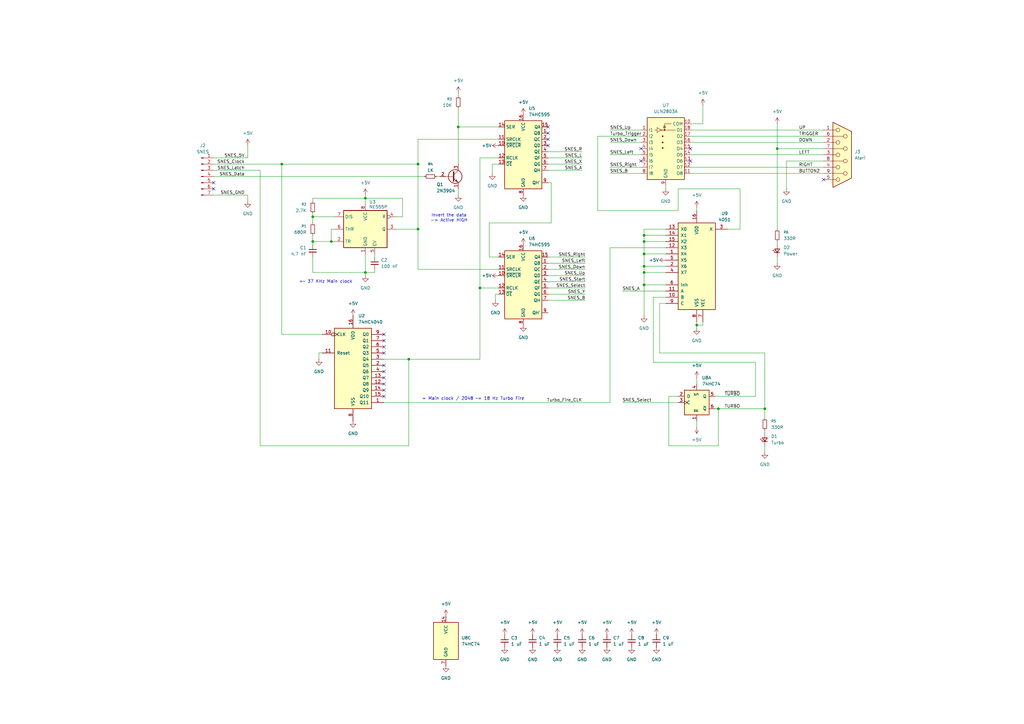
<source format=kicad_sch>
(kicad_sch (version 20250114) (generator "eeschema") (generator_version "9.0")
  (paper "A3")
  (title_block (title "Nintendo4Nine"))
  (lib_symbols
    (symbol "4xxx:4040" (pin_names (offset 1.016))
      (property "Reference" "U" (at -7.62 16.51 0))
      (property "Value" "4040" (at -7.62 -19.05 0))
      (symbol "4040_1_0"
        (pin input inverted_clock (at -12.7 12.7 0) (length 5.08) (name "CLK") (number "10"))
        (pin input line (at -12.7 5.08 0) (length 5.08) (name "Reset") (number "11"))
        (pin power_in line (at 0 20.32 270) (length 5.08) (name "VDD") (number "16"))
        (pin power_in line (at 0 -22.86 90) (length 5.08) (name "VSS") (number "8"))
        (pin output line (at 12.7 12.7 180) (length 5.08) (name "Q0") (number "9"))
        (pin output line (at 12.7 10.16 180) (length 5.08) (name "Q1") (number "7"))
        (pin output line (at 12.7 7.62 180) (length 5.08) (name "Q2") (number "6"))
        (pin output line (at 12.7 5.08 180) (length 5.08) (name "Q3") (number "5"))
        (pin output line (at 12.7 2.54 180) (length 5.08) (name "Q4") (number "3"))
        (pin output line (at 12.7 0 180) (length 5.08) (name "Q5") (number "2"))
        (pin output line (at 12.7 -2.54 180) (length 5.08) (name "Q6") (number "4"))
        (pin output line (at 12.7 -5.08 180) (length 5.08) (name "Q7") (number "13"))
        (pin output line (at 12.7 -7.62 180) (length 5.08) (name "Q8") (number "12"))
        (pin output line (at 12.7 -10.16 180) (length 5.08) (name "Q9") (number "14"))
        (pin output line (at 12.7 -12.7 180) (length 5.08) (name "Q10") (number "15"))
        (pin output line (at 12.7 -15.24 180) (length 5.08) (name "Q11") (number "1"))
      )
      (symbol "4040_1_1"
        (rectangle (start -7.62 15.24) (end 7.62 -17.78) (stroke (width 0.254)) (fill (type background)))
      )
    )
    (symbol "4xxx:4051" (pin_names (offset 1.016))
      (property "Reference" "U" (at -7.62 19.05 0))
      (property "Value" "4051" (at -7.62 -19.05 0))
      (symbol "4051_1_0"
        (pin passive line (at -12.7 15.24 0) (length 5.08) (name "X0") (number "13"))
        (pin passive line (at -12.7 12.7 0) (length 5.08) (name "X1") (number "14"))
        (pin passive line (at -12.7 10.16 0) (length 5.08) (name "X2") (number "15"))
        (pin passive line (at -12.7 7.62 0) (length 5.08) (name "X3") (number "12"))
        (pin passive line (at -12.7 5.08 0) (length 5.08) (name "X4") (number "1"))
        (pin passive line (at -12.7 2.54 0) (length 5.08) (name "X5") (number "5"))
        (pin passive line (at -12.7 0 0) (length 5.08) (name "X6") (number "2"))
        (pin passive line (at -12.7 -2.54 0) (length 5.08) (name "X7") (number "4"))
        (pin input line (at -12.7 -7.62 0) (length 5.08) (name "Inh") (number "6"))
        (pin input line (at -12.7 -10.16 0) (length 5.08) (name "A") (number "11"))
        (pin input line (at -12.7 -12.7 0) (length 5.08) (name "B") (number "10"))
        (pin input line (at -12.7 -15.24 0) (length 5.08) (name "C") (number "9"))
        (pin power_in line (at 0 22.86 270) (length 5.08) (name "VDD") (number "16"))
        (pin power_in line (at 0 -22.86 90) (length 5.08) (name "VSS") (number "8"))
        (pin power_in line (at 2.54 -22.86 90) (length 5.08) (name "VEE") (number "7"))
        (pin passive line (at 12.7 15.24 180) (length 5.08) (name "X") (number "3"))
      )
      (symbol "4051_1_1"
        (rectangle (start -7.62 17.78) (end 7.62 -17.78) (stroke (width 0.254)) (fill (type background)))
      )
    )
    (symbol "74xx:74HC595"
      (property "Reference" "U" (at -7.62 13.97 0))
      (property "Value" "74HC595" (at -7.62 -16.51 0))
      (symbol "74HC595_1_0"
        (pin input line (at -10.16 10.16 0) (length 2.54) (name "SER") (number "14"))
        (pin input line (at -10.16 5.08 0) (length 2.54) (name "SRCLK") (number "11"))
        (pin input line (at -10.16 2.54 0) (length 2.54) (name "~{SRCLR}") (number "10"))
        (pin input line (at -10.16 -2.54 0) (length 2.54) (name "RCLK") (number "12"))
        (pin input line (at -10.16 -5.08 0) (length 2.54) (name "~{OE}") (number "13"))
        (pin power_in line (at 0 15.24 270) (length 2.54) (name "VCC") (number "16"))
        (pin power_in line (at 0 -17.78 90) (length 2.54) (name "GND") (number "8"))
        (pin tri_state line (at 10.16 10.16 180) (length 2.54) (name "QA") (number "15"))
        (pin tri_state line (at 10.16 7.62 180) (length 2.54) (name "QB") (number "1"))
        (pin tri_state line (at 10.16 5.08 180) (length 2.54) (name "QC") (number "2"))
        (pin tri_state line (at 10.16 2.54 180) (length 2.54) (name "QD") (number "3"))
        (pin tri_state line (at 10.16 0 180) (length 2.54) (name "QE") (number "4"))
        (pin tri_state line (at 10.16 -2.54 180) (length 2.54) (name "QF") (number "5"))
        (pin tri_state line (at 10.16 -5.08 180) (length 2.54) (name "QG") (number "6"))
        (pin tri_state line (at 10.16 -7.62 180) (length 2.54) (name "QH") (number "7"))
        (pin output line (at 10.16 -12.7 180) (length 2.54) (name "QH'") (number "9"))
      )
      (symbol "74HC595_1_1"
        (rectangle (start -7.62 12.7) (end 7.62 -15.24) (stroke (width 0.254)) (fill (type background)))
      )
    )
    (symbol "74xx:74HC74" (pin_names (offset 1.016))
      (property "Reference" "U" (at -7.62 8.89 0))
      (property "Value" "74HC74" (at -7.62 -8.89 0))
      (symbol "74HC74_1_0"
        (pin input line (at -7.62 2.54 0) (length 2.54) (name "D") (number "2"))
        (pin input clock (at -7.62 0 0) (length 2.54) (name "C") (number "3"))
        (pin input line (at 0 7.62 270) (length 2.54) (name "~{S}") (number "4"))
        (pin input line (at 0 -7.62 90) (length 2.54) (name "~{R}") (number "1"))
        (pin output line (at 7.62 2.54 180) (length 2.54) (name "Q") (number "5"))
        (pin output line (at 7.62 -2.54 180) (length 2.54) (name "~{Q}") (number "6"))
      )
      (symbol "74HC74_1_1"
        (rectangle (start -5.08 5.08) (end 5.08 -5.08) (stroke (width 0.254)) (fill (type background)))
      )
      (symbol "74HC74_2_0"
        (pin input line (at -7.62 2.54 0) (length 2.54) (name "D") (number "12"))
        (pin input clock (at -7.62 0 0) (length 2.54) (name "C") (number "11"))
        (pin input line (at 0 7.62 270) (length 2.54) (name "~{S}") (number "10"))
        (pin input line (at 0 -7.62 90) (length 2.54) (name "~{R}") (number "13"))
        (pin output line (at 7.62 2.54 180) (length 2.54) (name "Q") (number "9"))
        (pin output line (at 7.62 -2.54 180) (length 2.54) (name "~{Q}") (number "8"))
      )
      (symbol "74HC74_2_1"
        (rectangle (start -5.08 5.08) (end 5.08 -5.08) (stroke (width 0.254)) (fill (type background)))
      )
      (symbol "74HC74_3_0"
        (pin power_in line (at 0 10.16 270) (length 2.54) (name "VCC") (number "14"))
        (pin power_in line (at 0 -10.16 90) (length 2.54) (name "GND") (number "7"))
      )
      (symbol "74HC74_3_1"
        (rectangle (start -5.08 7.62) (end 5.08 -7.62) (stroke (width 0.254)) (fill (type background)))
      )
    )
    (symbol "Connector:Conn_01x07_Pin" (pin_names (offset 1.016) (hide yes))
      (property "Reference" "J" (at 0 10.16 0))
      (property "Value" "Conn_01x07_Pin" (at 0 -10.16 0))
      (symbol "Conn_01x07_Pin_1_1"
        (rectangle (start 0.8636 7.747) (end 0 7.493) (stroke (width 0.1524)) (fill (type outline)))
        (rectangle (start 0.8636 5.207) (end 0 4.953) (stroke (width 0.1524)) (fill (type outline)))
        (rectangle (start 0.8636 2.667) (end 0 2.413) (stroke (width 0.1524)) (fill (type outline)))
        (rectangle (start 0.8636 0.127) (end 0 -0.127) (stroke (width 0.1524)) (fill (type outline)))
        (rectangle (start 0.8636 -2.413) (end 0 -2.667) (stroke (width 0.1524)) (fill (type outline)))
        (rectangle (start 0.8636 -4.953) (end 0 -5.207) (stroke (width 0.1524)) (fill (type outline)))
        (rectangle (start 0.8636 -7.493) (end 0 -7.747) (stroke (width 0.1524)) (fill (type outline)))
        (polyline (pts (xy 1.27 7.62) (xy 0.8636 7.62)) (stroke (width 0.1524)))
        (polyline (pts (xy 1.27 5.08) (xy 0.8636 5.08)) (stroke (width 0.1524)))
        (polyline (pts (xy 1.27 2.54) (xy 0.8636 2.54)) (stroke (width 0.1524)))
        (polyline (pts (xy 1.27 0) (xy 0.8636 0)) (stroke (width 0.1524)))
        (polyline (pts (xy 1.27 -2.54) (xy 0.8636 -2.54)) (stroke (width 0.1524)))
        (polyline (pts (xy 1.27 -5.08) (xy 0.8636 -5.08)) (stroke (width 0.1524)))
        (polyline (pts (xy 1.27 -7.62) (xy 0.8636 -7.62)) (stroke (width 0.1524)))
        (pin passive line (at 5.08 7.62 180) (length 3.81) (name "Pin_1") (number "1"))
        (pin passive line (at 5.08 5.08 180) (length 3.81) (name "Pin_2") (number "2"))
        (pin passive line (at 5.08 2.54 180) (length 3.81) (name "Pin_3") (number "3"))
        (pin passive line (at 5.08 0 180) (length 3.81) (name "Pin_4") (number "4"))
        (pin passive line (at 5.08 -2.54 180) (length 3.81) (name "Pin_5") (number "5"))
        (pin passive line (at 5.08 -5.08 180) (length 3.81) (name "Pin_6") (number "6"))
        (pin passive line (at 5.08 -7.62 180) (length 3.81) (name "Pin_7") (number "7"))
      )
    )
    (symbol "Connector:DE9_Socket" (pin_names (offset 1.016) (hide yes))
      (property "Reference" "J" (at 0 13.97 0))
      (property "Value" "DE9_Socket" (at 0 -14.605 0))
      (symbol "DE9_Socket_0_1"
        (polyline (pts (xy -3.81 13.335) (xy -3.81 -13.335) (xy 3.81 -9.525) (xy 3.81 9.525) (xy -3.81 13.335)) (stroke (width 0.254)) (fill (type background)))
        (polyline (pts (xy -3.81 10.16) (xy -2.54 10.16)))
        (polyline (pts (xy -3.81 7.62) (xy 0.508 7.62)))
        (polyline (pts (xy -3.81 5.08) (xy -2.54 5.08)))
        (polyline (pts (xy -3.81 2.54) (xy 0.508 2.54)))
        (polyline (pts (xy -3.81 0) (xy -2.54 0)))
        (polyline (pts (xy -3.81 -2.54) (xy 0.508 -2.54)))
        (polyline (pts (xy -3.81 -5.08) (xy -2.54 -5.08)))
        (polyline (pts (xy -3.81 -7.62) (xy 0.508 -7.62)))
        (polyline (pts (xy -3.81 -10.16) (xy -2.54 -10.16)))
        (circle (center -1.778 10.16) (radius 0.762))
        (circle (center -1.778 5.08) (radius 0.762))
        (circle (center -1.778 0) (radius 0.762))
        (circle (center -1.778 -5.08) (radius 0.762))
        (circle (center -1.778 -10.16) (radius 0.762))
        (circle (center 1.27 7.62) (radius 0.762))
        (circle (center 1.27 2.54) (radius 0.762))
        (circle (center 1.27 -2.54) (radius 0.762))
        (circle (center 1.27 -7.62) (radius 0.762))
      )
      (symbol "DE9_Socket_1_1"
        (pin passive line (at -7.62 10.16 0) (length 3.81) (name "1") (number "1"))
        (pin passive line (at -7.62 7.62 0) (length 3.81) (name "6") (number "6"))
        (pin passive line (at -7.62 5.08 0) (length 3.81) (name "2") (number "2"))
        (pin passive line (at -7.62 2.54 0) (length 3.81) (name "7") (number "7"))
        (pin passive line (at -7.62 0 0) (length 3.81) (name "3") (number "3"))
        (pin passive line (at -7.62 -2.54 0) (length 3.81) (name "8") (number "8"))
        (pin passive line (at -7.62 -5.08 0) (length 3.81) (name "4") (number "4"))
        (pin passive line (at -7.62 -7.62 0) (length 3.81) (name "9") (number "9"))
        (pin passive line (at -7.62 -10.16 0) (length 3.81) (name "5") (number "5"))
      )
    )
    (symbol "Device:C_Small" (pin_numbers (hide yes)) (pin_names (offset 0.254) (hide yes))
      (property "Reference" "C" (at 0.254 1.778 0))
      (property "Value" "C_Small" (at 0.254 -2.032 0))
      (symbol "C_Small_0_1"
        (polyline (pts (xy -1.524 0.508) (xy 1.524 0.508)) (stroke (width 0.3048)))
        (polyline (pts (xy -1.524 -0.508) (xy 1.524 -0.508)) (stroke (width 0.3302)))
      )
      (symbol "C_Small_1_1"
        (pin passive line (at 0 2.54 270) (length 2.032) (name "~") (number "1"))
        (pin passive line (at 0 -2.54 90) (length 2.032) (name "~") (number "2"))
      )
    )
    (symbol "Device:LED_Small" (pin_numbers (hide yes)) (pin_names (offset 0.254) (hide yes))
      (property "Reference" "D" (at -1.27 3.175 0))
      (property "Value" "LED_Small" (at -4.445 -2.54 0))
      (symbol "LED_Small_0_1"
        (polyline (pts (xy -0.762 -1.016) (xy -0.762 1.016)) (stroke (width 0.254)))
        (polyline (pts (xy 0 0.762) (xy -0.508 1.27) (xy -0.254 1.27) (xy -0.508 1.27) (xy -0.508 1.016)))
        (polyline (pts (xy 0.508 1.27) (xy 0 1.778) (xy 0.254 1.778) (xy 0 1.778) (xy 0 1.524)))
        (polyline (pts (xy 0.762 -1.016) (xy -0.762 0) (xy 0.762 1.016) (xy 0.762 -1.016)) (stroke (width 0.254)))
        (polyline (pts (xy 1.016 0) (xy -0.762 0)))
      )
      (symbol "LED_Small_1_1"
        (pin passive line (at -2.54 0 0) (length 1.778) (name "K") (number "1"))
        (pin passive line (at 2.54 0 180) (length 1.778) (name "A") (number "2"))
      )
    )
    (symbol "Device:R_Small" (pin_numbers (hide yes)) (pin_names (offset 0.254) (hide yes))
      (property "Reference" "R" (at 0 0 90))
      (property "Value" "R_Small" (at 1.778 0 90))
      (symbol "R_Small_0_1"
        (rectangle (start -0.762 1.778) (end 0.762 -1.778) (stroke (width 0.2032)))
      )
      (symbol "R_Small_1_1"
        (pin passive line (at 0 2.54 270) (length 0.762) (name "~") (number "1"))
        (pin passive line (at 0 -2.54 90) (length 0.762) (name "~") (number "2"))
      )
    )
    (symbol "Timer:NE555P"
      (property "Reference" "U3" (at 5.588 11.684 0))
      (property "Value" "NE555P" (at 5.588 9.652 0))
      (symbol "NE555P_0_0"
        (pin power_in line (at 0 10.16 270) (length 2.54) (name "VCC") (number "8"))
      )
      (symbol "NE555P_0_1"
        (rectangle (start -8.89 -7.62) (end 8.89 7.62) (stroke (width 0.254)) (fill (type background)))
        (rectangle (start -8.89 -7.62) (end 8.89 7.62) (stroke (width 0.254)) (fill (type background)))
      )
      (symbol "NE555P_1_0"
        (pin power_in line (at 0 -10.16 90) (length 2.54) (name "GND") (number "1"))
      )
      (symbol "NE555P_1_1"
        (pin input line (at -12.7 5.08 0) (length 3.81) (name "DIS") (number "7"))
        (pin input line (at -12.7 0 0) (length 3.81) (name "THR") (number "6"))
        (pin input line (at -12.7 -5.08 0) (length 3.81) (name "TR") (number "2"))
        (pin input line (at 3.81 -10.16 90) (length 2.54) (name "CV") (number "5"))
        (pin input inverted (at 12.7 5.08 180) (length 3.81) (name "R") (number "4"))
        (pin output line (at 12.7 0 180) (length 3.81) (name "Q") (number "3"))
      )
    )
    (symbol "Transistor_Array:ULN2803A"
      (property "Reference" "U" (at 0 13.335 0))
      (property "Value" "ULN2803A" (at 0 11.43 0))
      (symbol "ULN2803A_0_1"
        (rectangle (start -7.62 -15.24) (end 7.62 10.16) (stroke (width 0.254)) (fill (type background)))
        (polyline (pts (xy -4.572 5.08) (xy -3.556 5.08)))
        (polyline (pts (xy -3.556 6.096) (xy -3.556 4.064) (xy -2.032 5.08) (xy -3.556 6.096)))
        (circle (center -1.778 5.08) (radius 0.254))
        (polyline (pts (xy -1.524 5.08) (xy 4.064 5.08)))
        (circle (center -1.27 2.54) (radius 0.254) (fill (type outline)))
        (circle (center -1.27 0) (radius 0.254) (fill (type outline)))
        (circle (center -1.27 -2.286) (radius 0.254) (fill (type outline)))
        (circle (center -0.508 5.08) (radius 0.254) (fill (type outline)))
        (polyline (pts (xy -0.508 5.08) (xy -0.508 7.62) (xy 2.286 7.62)))
        (polyline (pts (xy 0 6.731) (xy -1.016 6.731)))
        (polyline (pts (xy 0 5.969) (xy -1.016 5.969) (xy -0.508 6.731) (xy 0 5.969)))
      )
      (symbol "ULN2803A_1_1"
        (pin input line (at -10.16 5.08 0) (length 2.54) (name "I1") (number "1"))
        (pin input line (at -10.16 2.54 0) (length 2.54) (name "I2") (number "2"))
        (pin input line (at -10.16 0 0) (length 2.54) (name "I3") (number "3"))
        (pin input line (at -10.16 -2.54 0) (length 2.54) (name "I4") (number "4"))
        (pin input line (at -10.16 -5.08 0) (length 2.54) (name "I5") (number "5"))
        (pin input line (at -10.16 -7.62 0) (length 2.54) (name "I6") (number "6"))
        (pin input line (at -10.16 -10.16 0) (length 2.54) (name "I7") (number "7"))
        (pin input line (at -10.16 -12.7 0) (length 2.54) (name "I8") (number "8"))
        (pin power_in line (at 0 -17.78 90) (length 2.54) (name "GND") (number "9"))
        (pin passive line (at 10.16 7.62 180) (length 2.54) (name "COM") (number "10"))
        (pin open_collector line (at 10.16 5.08 180) (length 2.54) (name "O1") (number "18"))
        (pin open_collector line (at 10.16 2.54 180) (length 2.54) (name "O2") (number "17"))
        (pin open_collector line (at 10.16 0 180) (length 2.54) (name "O3") (number "16"))
        (pin open_collector line (at 10.16 -2.54 180) (length 2.54) (name "O4") (number "15"))
        (pin open_collector line (at 10.16 -5.08 180) (length 2.54) (name "O5") (number "14"))
        (pin open_collector line (at 10.16 -7.62 180) (length 2.54) (name "O6") (number "13"))
        (pin open_collector line (at 10.16 -10.16 180) (length 2.54) (name "O7") (number "12"))
        (pin open_collector line (at 10.16 -12.7 180) (length 2.54) (name "O8") (number "11"))
      )
    )
    (symbol "Transistor_BJT:2N3904" (pin_names (offset 0) (hide yes))
      (property "Reference" "Q" (at 5.08 1.905 0))
      (property "Value" "2N3904" (at 5.08 0 0))
      (symbol "2N3904_0_1"
        (polyline (pts (xy -2.54 0) (xy 0.635 0)))
        (polyline (pts (xy 0.635 1.905) (xy 0.635 -1.905)) (stroke (width 0.508)))
        (circle (center 1.27 0) (radius 2.8194) (stroke (width 0.254)))
      )
      (symbol "2N3904_1_1"
        (polyline (pts (xy 0.635 0.635) (xy 2.54 2.54)))
        (polyline (pts (xy 0.635 -0.635) (xy 2.54 -2.54)))
        (polyline (pts (xy 1.27 -1.778) (xy 1.778 -1.27) (xy 2.286 -2.286) (xy 1.27 -1.778)) (fill (type outline)))
        (pin input line (at -5.08 0 0) (length 2.54) (name "B") (number "2"))
        (pin passive line (at 2.54 5.08 270) (length 2.54) (name "C") (number "3"))
        (pin passive line (at 2.54 -5.08 90) (length 2.54) (name "E") (number "1"))
      )
    )
    (symbol "power:+5V" (power) (pin_numbers (hide yes)) (pin_names (offset 0) (hide yes))
      (property "Value" "+5V" (at 0 3.556 0))
      (symbol "+5V_0_1"
        (polyline (pts (xy -0.762 1.27) (xy 0 2.54)))
        (polyline (pts (xy 0 2.54) (xy 0.762 1.27)))
        (polyline (pts (xy 0 0) (xy 0 2.54)))
      )
      (symbol "+5V_1_1"
        (pin power_in line (at 0 0 90) (length 0) (name "~") (number "1"))
      )
    )
    (symbol "power:GND" (power) (pin_numbers (hide yes)) (pin_names (offset 0) (hide yes))
      (property "Value" "GND" (at 0 -3.81 0))
      (symbol "GND_0_1"
        (polyline (pts (xy 0 0) (xy 0 -1.27) (xy 1.27 -1.27) (xy 0 -2.54) (xy -1.27 -1.27) (xy 0 -1.27)))
      )
      (symbol "GND_1_1"
        (pin power_in line (at 0 0 270) (length 0) (name "~") (number "1"))
      )
    )
  )
  (text "Invert the data\n-> Active HIGH" (at 184.15 89.408 0) (effects (font (size 1.27 1.27))))
  (text "= Main clock / 2048 ~= 18 Hz Turbo Fire\n" (at 194.056 163.576 0) (effects (font (size 1.27 1.27))))
  (text "=~ 37 KHz Main clock\n" (at 133.604 115.57 0) (effects (font (size 1.27 1.27))))
  (junction (at 264.16 116.84))
  (junction (at 318.77 60.96))
  (junction (at 264.16 109.22))
  (junction (at 196.85 118.11))
  (junction (at 171.45 93.98))
  (junction (at 128.27 88.9))
  (junction (at 187.96 52.07))
  (junction (at 264.16 96.52))
  (junction (at 264.16 111.76))
  (junction (at 294.64 167.64))
  (junction (at 264.16 104.14))
  (junction (at 171.45 67.31))
  (junction (at 149.86 81.28))
  (junction (at 285.75 133.35))
  (junction (at 313.69 167.64))
  (junction (at 167.64 147.32))
  (junction (at 149.86 111.76))
  (junction (at 128.27 99.06))
  (junction (at 115.57 67.31))
  (junction (at 135.89 99.06))
  (junction (at 264.16 99.06))
  (no_connect (at 337.82 73.66))
  (no_connect (at 157.48 139.7))
  (no_connect (at 157.48 142.24))
  (no_connect (at 283.21 60.96))
  (no_connect (at 283.21 66.04))
  (no_connect (at 262.89 66.04))
  (no_connect (at 224.79 57.15))
  (no_connect (at 157.48 144.78))
  (no_connect (at 157.48 154.94))
  (no_connect (at 224.79 59.69))
  (no_connect (at 157.48 152.4))
  (no_connect (at 157.48 160.02))
  (no_connect (at 87.63 77.47))
  (no_connect (at 262.89 60.96))
  (no_connect (at 157.48 149.86))
  (no_connect (at 157.48 162.56))
  (no_connect (at 224.79 54.61))
  (no_connect (at 87.63 74.93))
  (no_connect (at 157.48 137.16))
  (no_connect (at 157.48 157.48))
  (no_connect (at 224.79 52.07))
  (wire (pts (xy 153.67 110.49) (xy 153.67 111.76)))
  (wire (pts (xy 264.16 116.84) (xy 264.16 129.54)))
  (wire (pts (xy 224.79 64.77) (xy 238.76 64.77)))
  (wire (pts (xy 128.27 88.9) (xy 137.16 88.9)))
  (wire (pts (xy 187.96 44.45) (xy 187.96 52.07)))
  (wire (pts (xy 303.53 77.47) (xy 278.13 77.47)))
  (wire (pts (xy 309.88 162.56) (xy 309.88 148.59)))
  (wire (pts (xy 283.21 71.12) (xy 337.82 71.12)))
  (wire (pts (xy 285.75 85.09) (xy 285.75 86.36)))
  (wire (pts (xy 224.79 74.93) (xy 226.06 74.93)))
  (wire (pts (xy 128.27 81.28) (xy 149.86 81.28)))
  (wire (pts (xy 157.48 165.1) (xy 250.19 165.1)))
  (wire (pts (xy 128.27 82.55) (xy 128.27 81.28)))
  (wire (pts (xy 283.21 53.34) (xy 337.82 53.34)))
  (wire (pts (xy 204.47 120.65) (xy 203.2 120.65)))
  (wire (pts (xy 285.75 154.94) (xy 285.75 157.48)))
  (wire (pts (xy 171.45 93.98) (xy 171.45 67.31)))
  (wire (pts (xy 288.29 50.8) (xy 283.21 50.8)))
  (wire (pts (xy 245.11 86.36) (xy 278.13 86.36)))
  (wire (pts (xy 288.29 132.08) (xy 288.29 133.35)))
  (wire (pts (xy 171.45 67.31) (xy 171.45 57.15)))
  (wire (pts (xy 165.1 88.9) (xy 165.1 81.28)))
  (wire (pts (xy 128.27 105.41) (xy 128.27 111.76)))
  (wire (pts (xy 149.86 80.01) (xy 149.86 81.28)))
  (wire (pts (xy 224.79 69.85) (xy 238.76 69.85)))
  (wire (pts (xy 264.16 96.52) (xy 264.16 99.06)))
  (wire (pts (xy 128.27 111.76) (xy 149.86 111.76)))
  (wire (pts (xy 115.57 67.31) (xy 115.57 137.16)))
  (wire (pts (xy 196.85 64.77) (xy 196.85 118.11)))
  (wire (pts (xy 318.77 50.8) (xy 318.77 60.96)))
  (wire (pts (xy 267.97 121.92) (xy 267.97 148.59)))
  (wire (pts (xy 250.19 53.34) (xy 262.89 53.34)))
  (wire (pts (xy 137.16 93.98) (xy 135.89 93.98)))
  (wire (pts (xy 162.56 88.9) (xy 165.1 88.9)))
  (wire (pts (xy 283.21 55.88) (xy 337.82 55.88)))
  (wire (pts (xy 87.63 72.39) (xy 173.99 72.39)))
  (wire (pts (xy 224.79 62.23) (xy 238.76 62.23)))
  (wire (pts (xy 157.48 147.32) (xy 167.64 147.32)))
  (wire (pts (xy 313.69 144.78) (xy 313.69 167.64)))
  (wire (pts (xy 322.58 77.47) (xy 322.58 66.04)))
  (wire (pts (xy 264.16 99.06) (xy 273.05 99.06)))
  (wire (pts (xy 132.08 144.78) (xy 130.81 144.78)))
  (wire (pts (xy 245.11 86.36) (xy 245.11 55.88)))
  (wire (pts (xy 283.21 68.58) (xy 337.82 68.58)))
  (wire (pts (xy 245.11 55.88) (xy 262.89 55.88)))
  (wire (pts (xy 204.47 67.31) (xy 201.93 67.31)))
  (wire (pts (xy 171.45 110.49) (xy 171.45 93.98)))
  (wire (pts (xy 128.27 87.63) (xy 128.27 88.9)))
  (wire (pts (xy 318.77 60.96) (xy 318.77 93.98)))
  (wire (pts (xy 313.69 176.53) (xy 313.69 177.8)))
  (wire (pts (xy 255.27 165.1) (xy 278.13 165.1)))
  (wire (pts (xy 250.19 101.6) (xy 250.19 165.1)))
  (wire (pts (xy 250.19 68.58) (xy 262.89 68.58)))
  (wire (pts (xy 149.86 111.76) (xy 149.86 113.03)))
  (wire (pts (xy 273.05 121.92) (xy 267.97 121.92)))
  (wire (pts (xy 153.67 104.14) (xy 153.67 105.41)))
  (wire (pts (xy 179.07 72.39) (xy 180.34 72.39)))
  (wire (pts (xy 128.27 99.06) (xy 135.89 99.06)))
  (wire (pts (xy 283.21 63.5) (xy 337.82 63.5)))
  (wire (pts (xy 285.75 172.72) (xy 285.75 175.26)))
  (wire (pts (xy 226.06 74.93) (xy 226.06 91.44)))
  (wire (pts (xy 250.19 71.12) (xy 262.89 71.12)))
  (wire (pts (xy 285.75 132.08) (xy 285.75 133.35)))
  (wire (pts (xy 264.16 104.14) (xy 273.05 104.14)))
  (wire (pts (xy 273.05 76.2) (xy 273.05 77.47)))
  (wire (pts (xy 285.75 133.35) (xy 285.75 134.62)))
  (wire (pts (xy 264.16 99.06) (xy 264.16 104.14)))
  (wire (pts (xy 318.77 99.06) (xy 318.77 100.33)))
  (wire (pts (xy 101.6 59.69) (xy 101.6 64.77)))
  (wire (pts (xy 153.67 111.76) (xy 149.86 111.76)))
  (wire (pts (xy 224.79 67.31) (xy 238.76 67.31)))
  (wire (pts (xy 270.51 144.78) (xy 313.69 144.78)))
  (wire (pts (xy 264.16 96.52) (xy 273.05 96.52)))
  (wire (pts (xy 196.85 118.11) (xy 204.47 118.11)))
  (wire (pts (xy 128.27 88.9) (xy 128.27 91.44)))
  (wire (pts (xy 283.21 58.42) (xy 337.82 58.42)))
  (wire (pts (xy 130.81 144.78) (xy 130.81 147.32)))
  (wire (pts (xy 250.19 58.42) (xy 262.89 58.42)))
  (wire (pts (xy 294.64 167.64) (xy 313.69 167.64)))
  (wire (pts (xy 200.66 91.44) (xy 226.06 91.44)))
  (wire (pts (xy 274.32 182.88) (xy 274.32 162.56)))
  (wire (pts (xy 224.79 110.49) (xy 240.03 110.49)))
  (wire (pts (xy 273.05 93.98) (xy 264.16 93.98)))
  (wire (pts (xy 264.16 104.14) (xy 264.16 109.22)))
  (wire (pts (xy 115.57 67.31) (xy 171.45 67.31)))
  (wire (pts (xy 224.79 107.95) (xy 240.03 107.95)))
  (wire (pts (xy 273.05 124.46) (xy 270.51 124.46)))
  (wire (pts (xy 298.45 93.98) (xy 303.53 93.98)))
  (wire (pts (xy 135.89 93.98) (xy 135.89 99.06)))
  (wire (pts (xy 224.79 118.11) (xy 240.03 118.11)))
  (wire (pts (xy 149.86 81.28) (xy 149.86 83.82)))
  (wire (pts (xy 250.19 101.6) (xy 273.05 101.6)))
  (wire (pts (xy 224.79 113.03) (xy 240.03 113.03)))
  (wire (pts (xy 87.63 64.77) (xy 101.6 64.77)))
  (wire (pts (xy 204.47 64.77) (xy 196.85 64.77)))
  (wire (pts (xy 87.63 67.31) (xy 115.57 67.31)))
  (wire (pts (xy 224.79 105.41) (xy 240.03 105.41)))
  (wire (pts (xy 322.58 66.04) (xy 337.82 66.04)))
  (wire (pts (xy 203.2 120.65) (xy 203.2 123.19)))
  (wire (pts (xy 87.63 80.01) (xy 101.6 80.01)))
  (wire (pts (xy 132.08 137.16) (xy 115.57 137.16)))
  (wire (pts (xy 264.16 93.98) (xy 264.16 96.52)))
  (wire (pts (xy 187.96 52.07) (xy 204.47 52.07)))
  (wire (pts (xy 273.05 116.84) (xy 264.16 116.84)))
  (wire (pts (xy 162.56 93.98) (xy 171.45 93.98)))
  (wire (pts (xy 224.79 115.57) (xy 240.03 115.57)))
  (wire (pts (xy 196.85 147.32) (xy 196.85 118.11)))
  (wire (pts (xy 201.93 67.31) (xy 201.93 71.12)))
  (wire (pts (xy 167.64 147.32) (xy 167.64 182.88)))
  (wire (pts (xy 264.16 111.76) (xy 264.16 116.84)))
  (wire (pts (xy 264.16 109.22) (xy 264.16 111.76)))
  (wire (pts (xy 101.6 82.55) (xy 101.6 80.01)))
  (wire (pts (xy 318.77 105.41) (xy 318.77 107.95)))
  (wire (pts (xy 106.68 182.88) (xy 106.68 69.85)))
  (wire (pts (xy 187.96 52.07) (xy 187.96 67.31)))
  (wire (pts (xy 264.16 111.76) (xy 273.05 111.76)))
  (wire (pts (xy 135.89 99.06) (xy 137.16 99.06)))
  (wire (pts (xy 128.27 96.52) (xy 128.27 99.06)))
  (wire (pts (xy 318.77 60.96) (xy 337.82 60.96)))
  (wire (pts (xy 187.96 38.1) (xy 187.96 39.37)))
  (wire (pts (xy 149.86 81.28) (xy 165.1 81.28)))
  (wire (pts (xy 200.66 105.41) (xy 200.66 91.44)))
  (wire (pts (xy 288.29 133.35) (xy 285.75 133.35)))
  (wire (pts (xy 303.53 93.98) (xy 303.53 77.47)))
  (wire (pts (xy 106.68 182.88) (xy 167.64 182.88)))
  (wire (pts (xy 87.63 69.85) (xy 106.68 69.85)))
  (wire (pts (xy 224.79 120.65) (xy 240.03 120.65)))
  (wire (pts (xy 270.51 124.46) (xy 270.51 144.78)))
  (wire (pts (xy 255.27 119.38) (xy 273.05 119.38)))
  (wire (pts (xy 294.64 167.64) (xy 294.64 182.88)))
  (wire (pts (xy 294.64 182.88) (xy 274.32 182.88)))
  (wire (pts (xy 149.86 104.14) (xy 149.86 111.76)))
  (wire (pts (xy 171.45 57.15) (xy 204.47 57.15)))
  (wire (pts (xy 313.69 171.45) (xy 313.69 167.64)))
  (wire (pts (xy 224.79 123.19) (xy 240.03 123.19)))
  (wire (pts (xy 313.69 182.88) (xy 313.69 185.42)))
  (wire (pts (xy 278.13 77.47) (xy 278.13 86.36)))
  (wire (pts (xy 288.29 43.18) (xy 288.29 50.8)))
  (wire (pts (xy 267.97 148.59) (xy 309.88 148.59)))
  (wire (pts (xy 250.19 63.5) (xy 262.89 63.5)))
  (wire (pts (xy 128.27 99.06) (xy 128.27 100.33)))
  (wire (pts (xy 293.37 167.64) (xy 294.64 167.64)))
  (wire (pts (xy 293.37 162.56) (xy 309.88 162.56)))
  (wire (pts (xy 274.32 162.56) (xy 278.13 162.56)))
  (wire (pts (xy 204.47 105.41) (xy 200.66 105.41)))
  (wire (pts (xy 167.64 147.32) (xy 196.85 147.32)))
  (wire (pts (xy 204.47 110.49) (xy 171.45 110.49)))
  (wire (pts (xy 264.16 109.22) (xy 273.05 109.22)))
  (wire (pts (xy 187.96 77.47) (xy 187.96 80.01)))
  (label "BUTTON2" (at 327.66 71.12 0))
  (label "SNES_Down" (at 250.19 58.42 0))
  (label "TURBO" (at 303.53 167.64 180))
  (label "SNES_5V" (at 100.33 64.77 180))
  (label "Turbo_Fire_CLK" (at 238.76 165.1 180))
  (label "DOWN" (at 327.66 58.42 0))
  (label "SNES_Y" (at 240.03 120.65 180))
  (label "UP" (at 327.66 53.34 0))
  (label "SNES_Left" (at 240.03 107.95 180))
  (label "RIGHT" (at 327.66 68.58 0))
  (label "SNES_B" (at 240.03 123.19 180))
  (label "SNES_Left" (at 250.19 63.5 0))
  (label "SNES_GND" (at 100.33 80.01 180))
  (label "SNES_Right" (at 240.03 105.41 180))
  (label "SNES_B" (at 250.19 71.12 0))
  (label "SNES_Right" (at 250.19 68.58 0))
  (label "SNES_A" (at 238.76 69.85 180))
  (label "SNES_L" (at 238.76 64.77 180))
  (label "SNES_Up" (at 240.03 113.03 180))
  (label "SNES_Select" (at 240.03 118.11 180))
  (label "SNES_Start" (at 240.03 115.57 180))
  (label "SNES_Up" (at 250.19 53.34 0))
  (label "SNES_Latch" (at 100.33 69.85 180))
  (label "SNES_R" (at 238.76 62.23 180))
  (label "SNES_Select" (at 255.27 165.1 0))
  (label "Turbo_Trigger" (at 250.19 55.88 0))
  (label "SNES_Down" (at 240.03 110.49 180))
  (label "SNES_Data" (at 100.33 72.39 180))
  (label "SNES_A" (at 255.27 119.38 0))
  (label "SNES_X" (at 238.76 67.31 180))
  (label "LEFT" (at 327.66 63.5 0))
  (label "TRIGGER" (at 327.66 55.88 0))
  (label "SNES_Clock" (at 100.33 67.31 180))
  (label "~{TURBO}" (at 303.53 162.56 180))
  (symbol (lib_id "Device:R_Small") (at 313.69 173.99 0) (unit 1)
    (property "Reference" "R5" (at 316.23 172.7199 0) (effects (font (size 1.016 1.016)) (justify left)))
    (property "Value" "330R" (at 316.23 175.2599 0) (effects (justify left)))
    (property "Footprint" "Resistor_THT:R_Axial_DIN0207_L6.3mm_D2.5mm_P10.16mm_Horizontal" (effects (hide yes)))
    (property "Description" "Resistor, small symbol" (effects (hide yes)))
  )
  (symbol (lib_id "Device:R_Small") (at 128.27 85.09 0) (mirror x) (unit 1)
    (property "Reference" "R2" (at 125.73 83.8199 0) (effects (font (size 1.016 1.016)) (justify right)))
    (property "Value" "2.7K" (at 125.73 86.3599 0) (effects (justify right)))
    (property "Footprint" "Resistor_THT:R_Axial_DIN0207_L6.3mm_D2.5mm_P10.16mm_Horizontal" (effects (hide yes)))
    (property "Description" "Resistor, small symbol" (effects (hide yes)))
  )
  (symbol (lib_id "power:GND") (at 248.92 265.43 0) (unit 1)
    (property "Reference" "#PWR044" (effects (hide yes)))
    (property "Value" "GND" (at 248.92 270.51 0))
    (property "Description" "Power symbol creates a global label with name \"GND\" , ground" (effects (hide yes)))
  )
  (symbol (lib_id "Device:R_Small") (at 187.96 41.91 0) (mirror x) (unit 1)
    (property "Reference" "R3" (at 185.42 40.6399 0) (effects (font (size 1.016 1.016)) (justify right)))
    (property "Value" "10K" (at 185.42 43.1799 0) (effects (justify right)))
    (property "Footprint" "Resistor_THT:R_Axial_DIN0207_L6.3mm_D2.5mm_P10.16mm_Horizontal" (effects (hide yes)))
    (property "Description" "Resistor, small symbol" (effects (hide yes)))
  )
  (symbol (lib_id "power:+5V") (at 214.63 100.33 0) (unit 1)
    (property "Reference" "#PWR017" (effects (hide yes)))
    (property "Value" "+5V" (at 214.63 95.25 0))
    (property "Description" "Power symbol creates a global label with name \"+5V\"" (effects (hide yes)))
  )
  (symbol (lib_id "power:GND") (at 214.63 80.01 0) (unit 1)
    (property "Reference" "#PWR013" (effects (hide yes)))
    (property "Value" "GND" (at 214.63 85.09 0))
    (property "Description" "Power symbol creates a global label with name \"GND\" , ground" (effects (hide yes)))
  )
  (symbol (lib_id "power:GND") (at 228.6 265.43 0) (unit 1)
    (property "Reference" "#PWR040" (effects (hide yes)))
    (property "Value" "GND" (at 228.6 270.51 0))
    (property "Description" "Power symbol creates a global label with name \"GND\" , ground" (effects (hide yes)))
  )
  (symbol (lib_id "power:+5V") (at 273.05 106.68 90) (unit 1)
    (property "Reference" "#PWR032" (effects (hide yes)))
    (property "Value" "+5V" (at 268.224 106.68 90))
    (property "Description" "Power symbol creates a global label with name \"+5V\"" (effects (hide yes)))
  )
  (symbol (lib_id "power:+5V") (at 207.01 260.35 0) (unit 1)
    (property "Reference" "#PWR035" (effects (hide yes)))
    (property "Value" "+5V" (at 207.01 255.27 0))
    (property "Description" "Power symbol creates a global label with name \"+5V\"" (effects (hide yes)))
  )
  (symbol (lib_id "power:GND") (at 203.2 123.19 0) (unit 1)
    (property "Reference" "#PWR029" (effects (hide yes)))
    (property "Value" "GND" (at 203.2 128.27 0))
    (property "Description" "Power symbol creates a global label with name \"GND\" , ground" (effects (hide yes)))
  )
  (symbol (lib_id "Transistor_BJT:2N3904") (at 185.42 72.39 0) (unit 1)
    (property "Reference" "Q1" (at 179.07 75.692 0) (effects (justify left)))
    (property "Value" "2N3904" (at 179.07 78.232 0) (effects (justify left)))
    (property "Footprint" "Package_TO_SOT_THT:TO-92_Inline_Wide" (effects (hide yes)))
    (property "Datasheet" "https://www.onsemi.com/pub/Collateral/2N3903-D.PDF" (effects (hide yes)))
    (property "Description" "0.2A Ic, 40V Vce, Small Signal NPN Transistor, TO-92" (effects (hide yes)))
  )
  (symbol (lib_id "power:+5V") (at 285.75 175.26 180) (unit 1)
    (property "Reference" "#PWR021" (effects (hide yes)))
    (property "Value" "+5V" (at 285.75 180.34 0))
    (property "Description" "Power symbol creates a global label with name \"+5V\"" (effects (hide yes)))
  )
  (symbol (lib_id "power:GND") (at 269.24 265.43 0) (unit 1)
    (property "Reference" "#PWR048" (effects (hide yes)))
    (property "Value" "GND" (at 269.24 270.51 0))
    (property "Description" "Power symbol creates a global label with name \"GND\" , ground" (effects (hide yes)))
  )
  (symbol (lib_id "power:GND") (at 144.78 172.72 0) (unit 1)
    (property "Reference" "#PWR08" (effects (hide yes)))
    (property "Value" "GND" (at 144.78 177.8 0))
    (property "Description" "Power symbol creates a global label with name \"GND\" , ground" (effects (hide yes)))
  )
  (symbol (lib_id "power:GND") (at 201.93 71.12 0) (unit 1)
    (property "Reference" "#PWR028" (effects (hide yes)))
    (property "Value" "GND" (at 201.93 76.2 0))
    (property "Description" "Power symbol creates a global label with name \"GND\" , ground" (effects (hide yes)))
  )
  (symbol (lib_id "power:+5V") (at 182.88 252.73 0) (unit 1)
    (property "Reference" "#PWR033" (effects (hide yes)))
    (property "Value" "+5V" (at 182.88 247.65 0))
    (property "Description" "Power symbol creates a global label with name \"+5V\"" (effects (hide yes)))
  )
  (symbol (lib_id "74xx:74HC595") (at 214.63 115.57 0) (unit 1)
    (property "Reference" "U6" (at 216.7733 97.79 0) (effects (justify left)))
    (property "Value" "74HC595" (at 216.7733 100.33 0) (effects (justify left)))
    (property "Footprint" "Package_DIP:DIP-16_W7.62mm" (effects (hide yes)))
    (property "Datasheet" "http://www.ti.com/lit/ds/symlink/sn74hc595.pdf" (effects (hide yes)))
    (property "Description" "8-bit serial in/out Shift Register 3-State Outputs" (effects (hide yes)))
    (property "Supplier" "https://www.mouser.co.uk/ProductDetail/Texas-Instruments/SN74HC595NE4?qs=AgY10sKTvDK0jki9CKjSwg%3D%3D" (effects (hide yes)))
  )
  (symbol (lib_id "Device:C_Small") (at 248.92 262.89 0) (unit 1)
    (property "Reference" "C7" (at 251.46 261.6262 0) (effects (justify left)))
    (property "Value" "1 uF" (at 251.46 264.1662 0) (effects (justify left)))
    (property "Footprint" "Capacitor_THT:C_Disc_D3.0mm_W1.6mm_P2.50mm" (effects (hide yes)))
    (property "Description" "Unpolarized capacitor, small symbol" (effects (hide yes)))
  )
  (symbol (lib_id "power:+5V") (at 288.29 43.18 0) (unit 1)
    (property "Reference" "#PWR026" (effects (hide yes)))
    (property "Value" "+5V" (at 288.29 38.1 0))
    (property "Description" "Power symbol creates a global label with name \"+5V\"" (effects (hide yes)))
  )
  (symbol (lib_id "power:GND") (at 273.05 77.47 0) (unit 1)
    (property "Reference" "#PWR025" (effects (hide yes)))
    (property "Value" "GND" (at 273.05 82.55 0))
    (property "Description" "Power symbol creates a global label with name \"GND\" , ground" (effects (hide yes)))
  )
  (symbol (lib_id "power:+5V") (at 101.6 59.69 0) (unit 1)
    (property "Reference" "#PWR02" (effects (hide yes)))
    (property "Value" "+5V" (at 101.6 54.61 0))
    (property "Description" "Power symbol creates a global label with name \"+5V\"" (effects (hide yes)))
  )
  (symbol (lib_id "power:GND") (at 313.69 185.42 0) (unit 1)
    (property "Reference" "#PWR022" (effects (hide yes)))
    (property "Value" "GND" (at 313.69 190.5 0))
    (property "Description" "Power symbol creates a global label with name \"GND\" , ground" (effects (hide yes)))
  )
  (symbol (lib_id "74xx:74HC74") (at 182.88 262.89 0) (unit 3)
    (property "Reference" "U8" (at 189.23 261.6199 0) (effects (justify left)))
    (property "Value" "74HC74" (at 189.23 264.1599 0) (effects (justify left)))
    (property "Footprint" "Package_DIP:DIP-14_W7.62mm" (effects (hide yes)))
    (property "Datasheet" "74xx/74hc_hct74.pdf" (effects (hide yes)))
    (property "Description" "Dual D Flip-flop, Set & Reset" (effects (hide yes)))
    (property "Supplier" "https://www.mouser.co.uk/ProductDetail/Texas-Instruments/SN74HC74NE4?qs=AgY10sKTvDKeNkeCRvMUaQ%3D%3D" (effects (hide yes)))
  )
  (symbol (lib_id "Device:C_Small") (at 228.6 262.89 0) (unit 1)
    (property "Reference" "C5" (at 231.14 261.6262 0) (effects (justify left)))
    (property "Value" "1 uF" (at 231.14 264.1662 0) (effects (justify left)))
    (property "Footprint" "Capacitor_THT:C_Disc_D3.0mm_W1.6mm_P2.50mm" (effects (hide yes)))
    (property "Description" "Unpolarized capacitor, small symbol" (effects (hide yes)))
  )
  (symbol (lib_id "74xx:74HC74") (at 285.75 165.1 0) (unit 1)
    (property "Reference" "U8" (at 287.8933 154.94 0) (effects (justify left)))
    (property "Value" "74HC74" (at 287.8933 157.48 0) (effects (justify left)))
    (property "Footprint" "Package_DIP:DIP-14_W7.62mm" (effects (hide yes)))
    (property "Datasheet" "74xx/74hc_hct74.pdf" (effects (hide yes)))
    (property "Description" "Dual D Flip-flop, Set & Reset" (effects (hide yes)))
    (property "Supplier" "https://www.mouser.co.uk/ProductDetail/Texas-Instruments/SN74HC74NE4?qs=AgY10sKTvDKeNkeCRvMUaQ%3D%3D" (effects (hide yes)))
  )
  (symbol (lib_id "power:+5V") (at 248.92 260.35 0) (unit 1)
    (property "Reference" "#PWR043" (effects (hide yes)))
    (property "Value" "+5V" (at 248.92 255.27 0))
    (property "Description" "Power symbol creates a global label with name \"+5V\"" (effects (hide yes)))
  )
  (symbol (lib_id "power:GND") (at 187.96 80.01 0) (unit 1)
    (property "Reference" "#PWR019" (effects (hide yes)))
    (property "Value" "GND" (at 187.96 85.09 0))
    (property "Description" "Power symbol creates a global label with name \"GND\" , ground" (effects (hide yes)))
  )
  (symbol (lib_id "power:GND") (at 149.86 113.03 0) (unit 1)
    (property "Reference" "#PWR016" (effects (hide yes)))
    (property "Value" "GND" (at 149.86 118.11 0))
    (property "Description" "Power symbol creates a global label with name \"GND\" , ground" (effects (hide yes)))
  )
  (symbol (lib_id "Device:R_Small") (at 318.77 96.52 0) (unit 1)
    (property "Reference" "R6" (at 321.31 95.2499 0) (effects (font (size 1.016 1.016)) (justify left)))
    (property "Value" "330R" (at 321.31 97.7899 0) (effects (justify left)))
    (property "Footprint" "Resistor_THT:R_Axial_DIN0207_L6.3mm_D2.5mm_P10.16mm_Horizontal" (effects (hide yes)))
    (property "Description" "Resistor, small symbol" (effects (hide yes)))
  )
  (symbol (lib_id "power:+5V") (at 285.75 154.94 0) (unit 1)
    (property "Reference" "#PWR020" (effects (hide yes)))
    (property "Value" "+5V" (at 285.75 149.86 0))
    (property "Description" "Power symbol creates a global label with name \"+5V\"" (effects (hide yes)))
  )
  (symbol (lib_id "power:+5V") (at 228.6 260.35 0) (unit 1)
    (property "Reference" "#PWR039" (effects (hide yes)))
    (property "Value" "+5V" (at 228.6 255.27 0))
    (property "Description" "Power symbol creates a global label with name \"+5V\"" (effects (hide yes)))
  )
  (symbol (lib_id "Transistor_Array:ULN2803A") (at 273.05 58.42 0) (unit 1)
    (property "Reference" "U7" (at 273.05 43.18 0))
    (property "Value" "ULN2803A" (at 273.05 45.72 0))
    (property "Footprint" "Package_DIP:DIP-18_W7.62mm" (effects (hide yes)))
    (property "Datasheet" "http://www.ti.com/lit/ds/symlink/uln2803a.pdf" (effects (hide yes)))
    (property "Description" "Darlington Transistor Arrays, SOIC18/DIP18" (effects (hide yes)))
    (property "Supplier" "https://www.mouser.co.uk/ProductDetail/STMicroelectronics/ULN2803A?qs=FOlmdCx%252BAA1lVc%2FYEXA4pg%3D%3D" (effects (hide yes)))
  )
  (symbol (lib_id "Device:C_Small") (at 238.76 262.89 0) (unit 1)
    (property "Reference" "C6" (at 241.3 261.6262 0) (effects (justify left)))
    (property "Value" "1 uF" (at 241.3 264.1662 0) (effects (justify left)))
    (property "Footprint" "Capacitor_THT:C_Disc_D3.0mm_W1.6mm_P2.50mm" (effects (hide yes)))
    (property "Description" "Unpolarized capacitor, small symbol" (effects (hide yes)))
  )
  (symbol (lib_id "power:+5V") (at 144.78 129.54 0) (unit 1)
    (property "Reference" "#PWR07" (effects (hide yes)))
    (property "Value" "+5V" (at 144.78 124.46 0))
    (property "Description" "Power symbol creates a global label with name \"+5V\"" (effects (hide yes)))
  )
  (symbol (lib_id "power:+5V") (at 238.76 260.35 0) (unit 1)
    (property "Reference" "#PWR041" (effects (hide yes)))
    (property "Value" "+5V" (at 238.76 255.27 0))
    (property "Description" "Power symbol creates a global label with name \"+5V\"" (effects (hide yes)))
  )
  (symbol (lib_id "Device:R_Small") (at 176.53 72.39 270) (mirror x) (unit 1)
    (property "Reference" "R4" (at 176.53 67.31 90) (effects (font (size 1.016 1.016))))
    (property "Value" "1K" (at 176.53 69.85 90))
    (property "Footprint" "Resistor_THT:R_Axial_DIN0207_L6.3mm_D2.5mm_P10.16mm_Horizontal" (effects (hide yes)))
    (property "Description" "Resistor, small symbol" (effects (hide yes)))
  )
  (symbol (lib_id "power:+5V") (at 204.47 113.03 90) (unit 1)
    (property "Reference" "#PWR030" (effects (hide yes)))
    (property "Value" "+5V" (at 201.676 113.03 90) (effects (justify left)))
    (property "Description" "Power symbol creates a global label with name \"+5V\"" (effects (hide yes)))
  )
  (symbol (lib_id "Timer:NE555P") (at 149.86 93.98 0) (unit 1)
    (property "Reference" "U3" (at 151.384 82.804 0) (effects (justify left)))
    (property "Value" "NE555P" (at 151.384 84.836 0) (effects (justify left)))
    (property "Footprint" "Package_DIP:DIP-8_W7.62mm" (effects (hide yes)))
    (property "Datasheet" "http://www.ti.com/lit/ds/symlink/ne555.pdf" (effects (hide yes)))
    (property "Description" "Precision Timers, 555 compatible,  PDIP-8" (effects (hide yes)))
  )
  (symbol (lib_id "power:+5V") (at 214.63 46.99 0) (unit 1)
    (property "Reference" "#PWR012" (effects (hide yes)))
    (property "Value" "+5V" (at 214.63 41.91 0))
    (property "Description" "Power symbol creates a global label with name \"+5V\"" (effects (hide yes)))
  )
  (symbol (lib_id "power:+5V") (at 269.24 260.35 0) (unit 1)
    (property "Reference" "#PWR047" (effects (hide yes)))
    (property "Value" "+5V" (at 269.24 255.27 0))
    (property "Description" "Power symbol creates a global label with name \"+5V\"" (effects (hide yes)))
  )
  (symbol (lib_id "power:GND") (at 101.6 82.55 0) (unit 1)
    (property "Reference" "#PWR09" (effects (hide yes)))
    (property "Value" "GND" (at 101.6 87.63 0))
    (property "Description" "Power symbol creates a global label with name \"GND\" , ground" (effects (hide yes)))
  )
  (symbol (lib_id "Device:C_Small") (at 259.08 262.89 0) (unit 1)
    (property "Reference" "C8" (at 261.62 261.6262 0) (effects (justify left)))
    (property "Value" "1 uF" (at 261.62 264.1662 0) (effects (justify left)))
    (property "Footprint" "Capacitor_THT:C_Disc_D3.0mm_W1.6mm_P2.50mm" (effects (hide yes)))
    (property "Description" "Unpolarized capacitor, small symbol" (effects (hide yes)))
  )
  (symbol (lib_id "power:+5V") (at 149.86 80.01 0) (unit 1)
    (property "Reference" "#PWR01" (effects (hide yes)))
    (property "Value" "+5V" (at 149.86 74.93 0))
    (property "Description" "Power symbol creates a global label with name \"+5V\"" (effects (hide yes)))
  )
  (symbol (lib_id "Connector:Conn_01x07_Pin") (at 82.55 72.39 0) (unit 1)
    (property "Reference" "J2" (at 83.185 59.69 0))
    (property "Value" "SNES" (at 83.185 62.23 0))
    (property "Description" "Generic connector, single row, 01x07, script generated" (effects (hide yes)))
  )
  (symbol (lib_id "Device:C_Small") (at 153.67 107.95 0) (unit 1)
    (property "Reference" "C2" (at 156.21 106.6862 0) (effects (justify left)))
    (property "Value" "100 nF" (at 156.21 109.2262 0) (effects (justify left)))
    (property "Footprint" "Capacitor_THT:C_Disc_D3.0mm_W1.6mm_P2.50mm" (effects (hide yes)))
    (property "Description" "Unpolarized capacitor, small symbol" (effects (hide yes)))
  )
  (symbol (lib_id "power:GND") (at 238.76 265.43 0) (unit 1)
    (property "Reference" "#PWR042" (effects (hide yes)))
    (property "Value" "GND" (at 238.76 270.51 0))
    (property "Description" "Power symbol creates a global label with name \"GND\" , ground" (effects (hide yes)))
  )
  (symbol (lib_id "power:GND") (at 318.77 107.95 0) (unit 1)
    (property "Reference" "#PWR049" (effects (hide yes)))
    (property "Value" "GND" (at 318.77 113.03 0))
    (property "Description" "Power symbol creates a global label with name \"GND\" , ground" (effects (hide yes)))
  )
  (symbol (lib_id "Device:C_Small") (at 269.24 262.89 0) (unit 1)
    (property "Reference" "C9" (at 271.78 261.6262 0) (effects (justify left)))
    (property "Value" "1 uF" (at 271.78 264.1662 0) (effects (justify left)))
    (property "Footprint" "Capacitor_THT:C_Disc_D3.0mm_W1.6mm_P2.50mm" (effects (hide yes)))
    (property "Description" "Unpolarized capacitor, small symbol" (effects (hide yes)))
  )
  (symbol (lib_id "power:GND") (at 218.44 265.43 0) (unit 1)
    (property "Reference" "#PWR038" (effects (hide yes)))
    (property "Value" "GND" (at 218.44 270.51 0))
    (property "Description" "Power symbol creates a global label with name \"GND\" , ground" (effects (hide yes)))
  )
  (symbol (lib_id "Device:R_Small") (at 128.27 93.98 0) (mirror x) (unit 1)
    (property "Reference" "R1" (at 125.73 92.7099 0) (effects (font (size 1.016 1.016)) (justify right)))
    (property "Value" "680R" (at 125.73 95.2499 0) (effects (justify right)))
    (property "Footprint" "Resistor_THT:R_Axial_DIN0207_L6.3mm_D2.5mm_P10.16mm_Horizontal" (effects (hide yes)))
    (property "Description" "Resistor, small symbol" (effects (hide yes)))
  )
  (symbol (lib_id "Device:C_Small") (at 128.27 102.87 0) (mirror y) (unit 1)
    (property "Reference" "C1" (at 125.73 101.6062 0) (effects (justify left)))
    (property "Value" "4.7 nF" (at 125.73 104.1462 0) (effects (justify left)))
    (property "Footprint" "Capacitor_THT:C_Disc_D3.0mm_W1.6mm_P2.50mm" (effects (hide yes)))
    (property "Description" "Unpolarized capacitor, small symbol" (effects (hide yes)))
  )
  (symbol (lib_id "Device:LED_Small") (at 313.69 180.34 90) (unit 1)
    (property "Reference" "D1" (at 316.23 179.0064 90) (effects (justify right)))
    (property "Value" "Turbo" (at 316.23 181.5464 90) (effects (justify right)))
    (property "Footprint" "https://github.com/NovaSquirrel/NovaTheSquirrel?tab=readme-ov-file" (effects (hide yes)))
    (property "Description" "Light emitting diode, small symbol" (effects (hide yes)))
    (property "Sim.Pin" "1=K 2=A" (effects (hide yes)))
  )
  (symbol (lib_id "Device:C_Small") (at 207.01 262.89 0) (unit 1)
    (property "Reference" "C3" (at 209.55 261.6262 0) (effects (justify left)))
    (property "Value" "1 uF" (at 209.55 264.1662 0) (effects (justify left)))
    (property "Footprint" "Capacitor_THT:C_Disc_D3.0mm_W1.6mm_P2.50mm" (effects (hide yes)))
    (property "Description" "Unpolarized capacitor, small symbol" (effects (hide yes)))
  )
  (symbol (lib_id "power:GND") (at 130.81 147.32 0) (unit 1)
    (property "Reference" "#PWR010" (effects (hide yes)))
    (property "Value" "GND" (at 130.81 152.4 0))
    (property "Description" "Power symbol creates a global label with name \"GND\" , ground" (effects (hide yes)))
  )
  (symbol (lib_id "Device:C_Small") (at 218.44 262.89 0) (unit 1)
    (property "Reference" "C4" (at 220.98 261.6262 0) (effects (justify left)))
    (property "Value" "1 uF" (at 220.98 264.1662 0) (effects (justify left)))
    (property "Footprint" "Capacitor_THT:C_Disc_D3.0mm_W1.6mm_P2.50mm" (effects (hide yes)))
    (property "Description" "Unpolarized capacitor, small symbol" (effects (hide yes)))
  )
  (symbol (lib_id "power:GND") (at 207.01 265.43 0) (unit 1)
    (property "Reference" "#PWR036" (effects (hide yes)))
    (property "Value" "GND" (at 207.01 270.51 0))
    (property "Description" "Power symbol creates a global label with name \"GND\" , ground" (effects (hide yes)))
  )
  (symbol (lib_id "power:+5V") (at 318.77 50.8 0) (unit 1)
    (property "Reference" "#PWR011" (effects (hide yes)))
    (property "Value" "+5V" (at 318.77 45.72 0))
    (property "Description" "Power symbol creates a global label with name \"+5V\"" (effects (hide yes)))
  )
  (symbol (lib_id "power:+5V") (at 259.08 260.35 0) (unit 1)
    (property "Reference" "#PWR045" (effects (hide yes)))
    (property "Value" "+5V" (at 259.08 255.27 0))
    (property "Description" "Power symbol creates a global label with name \"+5V\"" (effects (hide yes)))
  )
  (symbol (lib_id "power:+5V") (at 218.44 260.35 0) (unit 1)
    (property "Reference" "#PWR037" (effects (hide yes)))
    (property "Value" "+5V" (at 218.44 255.27 0))
    (property "Description" "Power symbol creates a global label with name \"+5V\"" (effects (hide yes)))
  )
  (symbol (lib_id "power:GND") (at 285.75 134.62 0) (unit 1)
    (property "Reference" "#PWR023" (effects (hide yes)))
    (property "Value" "GND" (at 285.75 139.7 0))
    (property "Description" "Power symbol creates a global label with name \"GND\" , ground" (effects (hide yes)))
  )
  (symbol (lib_id "power:GND") (at 259.08 265.43 0) (unit 1)
    (property "Reference" "#PWR046" (effects (hide yes)))
    (property "Value" "GND" (at 259.08 270.51 0))
    (property "Description" "Power symbol creates a global label with name \"GND\" , ground" (effects (hide yes)))
  )
  (symbol (lib_id "power:GND") (at 214.63 133.35 0) (unit 1)
    (property "Reference" "#PWR015" (effects (hide yes)))
    (property "Value" "GND" (at 214.63 138.43 0))
    (property "Description" "Power symbol creates a global label with name \"GND\" , ground" (effects (hide yes)))
  )
  (symbol (lib_id "Device:LED_Small") (at 318.77 102.87 90) (unit 1)
    (property "Reference" "D2" (at 321.31 101.5364 90) (effects (justify right)))
    (property "Value" "Power" (at 321.31 104.0764 90) (effects (justify right)))
    (property "Footprint" "LED_THT:LED_D3.0mm" (effects (hide yes)))
    (property "Description" "Light emitting diode, small symbol" (effects (hide yes)))
    (property "Sim.Pin" "1=K 2=A" (effects (hide yes)))
  )
  (symbol (lib_id "Connector:DE9_Socket") (at 345.44 63.5 0) (unit 1)
    (property "Reference" "J3" (at 350.52 62.2299 0) (effects (justify left)))
    (property "Value" "Atari" (at 350.52 64.7699 0) (effects (justify left)))
    (property "Footprint" "Connector_Dsub:DSUB-9_Socket_EdgeMount_P2.77mm" (effects (hide yes)))
    (property "Description" "9-pin D-SUB connector, socket (female)" (effects (hide yes)))
  )
  (symbol (lib_id "4xxx:4040") (at 144.78 149.86 0) (unit 1)
    (property "Reference" "U2" (at 146.9233 129.54 0) (effects (justify left)))
    (property "Value" "74HC4040" (at 146.9233 132.08 0) (effects (justify left)))
    (property "Footprint" "Package_DIP:DIP-16_W7.62mm" (effects (hide yes)))
    (property "Datasheet" "http://www.intersil.com/content/dam/Intersil/documents/cd40/cd4020bms-24bms-40bms.pdf" (effects (hide yes)))
    (property "Description" "Binary Counter 12 stages (Asynchronous)" (effects (hide yes)))
    (property "Supplier" "https://www.mouser.co.uk/ProductDetail/Texas-Instruments/SN74HC4040NE4?qs=sGAEpiMZZMutXGli8Ay4kNJGVjTaPibHHvHPd1OXfWA%3D" (effects (hide yes)))
  )
  (symbol (lib_id "power:GND") (at 322.58 77.47 0) (unit 1)
    (property "Reference" "#PWR014" (effects (hide yes)))
    (property "Value" "GND" (at 322.58 82.55 0))
    (property "Description" "Power symbol creates a global label with name \"GND\" , ground" (effects (hide yes)))
  )
  (symbol (lib_id "power:+5V") (at 187.96 38.1 0) (unit 1)
    (property "Reference" "#PWR018" (effects (hide yes)))
    (property "Value" "+5V" (at 187.96 33.02 0))
    (property "Description" "Power symbol creates a global label with name \"+5V\"" (effects (hide yes)))
  )
  (symbol (lib_id "74xx:74HC595") (at 214.63 62.23 0) (unit 1)
    (property "Reference" "U5" (at 216.7733 44.45 0) (effects (justify left)))
    (property "Value" "74HC595" (at 216.7733 46.99 0) (effects (justify left)))
    (property "Footprint" "Package_DIP:DIP-16_W7.62mm" (effects (hide yes)))
    (property "Datasheet" "http://www.ti.com/lit/ds/symlink/sn74hc595.pdf" (effects (hide yes)))
    (property "Description" "8-bit serial in/out Shift Register 3-State Outputs" (effects (hide yes)))
  )
  (symbol (lib_id "power:+5V") (at 285.75 85.09 0) (unit 1)
    (property "Reference" "#PWR024" (effects (hide yes)))
    (property "Value" "+5V" (at 285.75 80.01 0))
    (property "Description" "Power symbol creates a global label with name \"+5V\"" (effects (hide yes)))
  )
  (symbol (lib_id "power:GND") (at 264.16 129.54 0) (unit 1)
    (property "Reference" "#PWR031" (effects (hide yes)))
    (property "Value" "GND" (at 264.16 134.62 0))
    (property "Description" "Power symbol creates a global label with name \"GND\" , ground" (effects (hide yes)))
  )
  (symbol (lib_id "power:GND") (at 182.88 273.05 0) (unit 1)
    (property "Reference" "#PWR034" (effects (hide yes)))
    (property "Value" "GND" (at 182.88 278.13 0))
    (property "Description" "Power symbol creates a global label with name \"GND\" , ground" (effects (hide yes)))
  )
  (symbol (lib_id "power:+5V") (at 204.47 59.69 90) (unit 1)
    (property "Reference" "#PWR027" (effects (hide yes)))
    (property "Value" "+5V" (at 201.676 59.69 90) (effects (justify left)))
    (property "Description" "Power symbol creates a global label with name \"+5V\"" (effects (hide yes)))
  )
  (symbol (lib_id "4xxx:4051") (at 285.75 109.22 0) (unit 1)
    (property "Reference" "U9" (at 297.18 87.5598 0))
    (property "Value" "4051" (at 297.18 90.0998 0))
    (property "Footprint" "Package_DIP:DIP-16_W7.62mm" (effects (hide yes)))
    (property "Datasheet" "http://www.intersil.com/content/dam/Intersil/documents/cd40/cd4051bms-52bms-53bms.pdf" (effects (hide yes)))
    (property "Description" "Analog Multiplexer 8 to 1 lins" (effects (hide yes)))
    (property "Supplier" "https://www.mouser.co.uk/ProductDetail/Texas-Instruments/CD4051BE?qs=q2XTDbzbm6DxulBsMcV7tA%3D%3D" (effects (hide yes)))
  )
)
</source>
